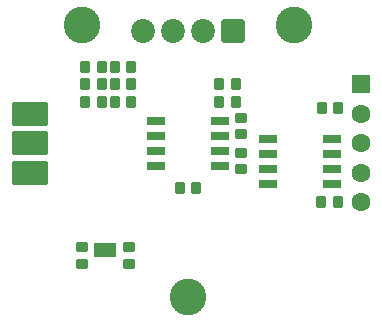
<source format=gbs>
G04*
G04 #@! TF.GenerationSoftware,Altium Limited,Altium Designer,23.3.1 (30)*
G04*
G04 Layer_Color=16711935*
%FSLAX43Y43*%
%MOMM*%
G71*
G04*
G04 #@! TF.SameCoordinates,9844E55F-96F2-4D63-9416-53F8DD85CCA4*
G04*
G04*
G04 #@! TF.FilePolarity,Negative*
G04*
G01*
G75*
G04:AMPARAMS|DCode=28|XSize=0.8mm|YSize=1mm|CornerRadius=0.12mm|HoleSize=0mm|Usage=FLASHONLY|Rotation=0.000|XOffset=0mm|YOffset=0mm|HoleType=Round|Shape=RoundedRectangle|*
%AMROUNDEDRECTD28*
21,1,0.800,0.760,0,0,0.0*
21,1,0.560,1.000,0,0,0.0*
1,1,0.240,0.280,-0.380*
1,1,0.240,-0.280,-0.380*
1,1,0.240,-0.280,0.380*
1,1,0.240,0.280,0.380*
%
%ADD28ROUNDEDRECTD28*%
G04:AMPARAMS|DCode=34|XSize=2.1mm|YSize=3.1mm|CornerRadius=0.25mm|HoleSize=0mm|Usage=FLASHONLY|Rotation=90.000|XOffset=0mm|YOffset=0mm|HoleType=Round|Shape=RoundedRectangle|*
%AMROUNDEDRECTD34*
21,1,2.100,2.600,0,0,90.0*
21,1,1.600,3.100,0,0,90.0*
1,1,0.500,1.300,0.800*
1,1,0.500,1.300,-0.800*
1,1,0.500,-1.300,-0.800*
1,1,0.500,-1.300,0.800*
%
%ADD34ROUNDEDRECTD34*%
G04:AMPARAMS|DCode=36|XSize=0.85mm|YSize=1.06mm|CornerRadius=0.125mm|HoleSize=0mm|Usage=FLASHONLY|Rotation=180.000|XOffset=0mm|YOffset=0mm|HoleType=Round|Shape=RoundedRectangle|*
%AMROUNDEDRECTD36*
21,1,0.850,0.810,0,0,180.0*
21,1,0.600,1.060,0,0,180.0*
1,1,0.250,-0.300,0.405*
1,1,0.250,0.300,0.405*
1,1,0.250,0.300,-0.405*
1,1,0.250,-0.300,-0.405*
%
%ADD36ROUNDEDRECTD36*%
%ADD40C,2.025*%
G04:AMPARAMS|DCode=41|XSize=2.025mm|YSize=2.025mm|CornerRadius=0.242mm|HoleSize=0mm|Usage=FLASHONLY|Rotation=180.000|XOffset=0mm|YOffset=0mm|HoleType=Round|Shape=RoundedRectangle|*
%AMROUNDEDRECTD41*
21,1,2.025,1.540,0,0,180.0*
21,1,1.540,2.025,0,0,180.0*
1,1,0.485,-0.770,0.770*
1,1,0.485,0.770,0.770*
1,1,0.485,0.770,-0.770*
1,1,0.485,-0.770,-0.770*
%
%ADD41ROUNDEDRECTD41*%
%ADD42C,1.600*%
G04:AMPARAMS|DCode=43|XSize=1.6mm|YSize=1.6mm|CornerRadius=0.2mm|HoleSize=0mm|Usage=FLASHONLY|Rotation=270.000|XOffset=0mm|YOffset=0mm|HoleType=Round|Shape=RoundedRectangle|*
%AMROUNDEDRECTD43*
21,1,1.600,1.200,0,0,270.0*
21,1,1.200,1.600,0,0,270.0*
1,1,0.400,-0.600,-0.600*
1,1,0.400,-0.600,0.600*
1,1,0.400,0.600,0.600*
1,1,0.400,0.600,-0.600*
%
%ADD43ROUNDEDRECTD43*%
%ADD44C,3.100*%
G04:AMPARAMS|DCode=58|XSize=0.7mm|YSize=1.6mm|CornerRadius=0.11mm|HoleSize=0mm|Usage=FLASHONLY|Rotation=270.000|XOffset=0mm|YOffset=0mm|HoleType=Round|Shape=RoundedRectangle|*
%AMROUNDEDRECTD58*
21,1,0.700,1.380,0,0,270.0*
21,1,0.480,1.600,0,0,270.0*
1,1,0.220,-0.690,-0.240*
1,1,0.220,-0.690,0.240*
1,1,0.220,0.690,0.240*
1,1,0.220,0.690,-0.240*
%
%ADD58ROUNDEDRECTD58*%
G04:AMPARAMS|DCode=59|XSize=0.8mm|YSize=1mm|CornerRadius=0.12mm|HoleSize=0mm|Usage=FLASHONLY|Rotation=90.000|XOffset=0mm|YOffset=0mm|HoleType=Round|Shape=RoundedRectangle|*
%AMROUNDEDRECTD59*
21,1,0.800,0.760,0,0,90.0*
21,1,0.560,1.000,0,0,90.0*
1,1,0.240,0.380,0.280*
1,1,0.240,0.380,-0.280*
1,1,0.240,-0.380,-0.280*
1,1,0.240,-0.380,0.280*
%
%ADD59ROUNDEDRECTD59*%
G04:AMPARAMS|DCode=60|XSize=0.85mm|YSize=1.06mm|CornerRadius=0.125mm|HoleSize=0mm|Usage=FLASHONLY|Rotation=90.000|XOffset=0mm|YOffset=0mm|HoleType=Round|Shape=RoundedRectangle|*
%AMROUNDEDRECTD60*
21,1,0.850,0.810,0,0,90.0*
21,1,0.600,1.060,0,0,90.0*
1,1,0.250,0.405,0.300*
1,1,0.250,0.405,-0.300*
1,1,0.250,-0.405,-0.300*
1,1,0.250,-0.405,0.300*
%
%ADD60ROUNDEDRECTD60*%
G36*
X-6075Y-9600D02*
X-7925D01*
Y-8400D01*
X-6075D01*
Y-9600D01*
D02*
G37*
D28*
X12685Y3000D02*
D03*
X11315D02*
D03*
X-6185Y5000D02*
D03*
X-4815D02*
D03*
X-6185Y3500D02*
D03*
X-4815Y3500D02*
D03*
X-8685Y6500D02*
D03*
X-7315D02*
D03*
X-8685Y5000D02*
D03*
X-7315D02*
D03*
X-8685Y3500D02*
D03*
X-7315D02*
D03*
X-6185Y6500D02*
D03*
X-4815D02*
D03*
D34*
X-13405Y2500D02*
D03*
X-13405Y0D02*
D03*
X-13405Y-2500D02*
D03*
D36*
X4054Y3500D02*
D03*
X2654D02*
D03*
X4054Y5000D02*
D03*
X2654D02*
D03*
X12700Y-5000D02*
D03*
X11300D02*
D03*
X700Y-3810D02*
D03*
X-700D02*
D03*
D40*
X-3810Y9500D02*
D03*
X-1270D02*
D03*
X1270D02*
D03*
D41*
X3810D02*
D03*
D42*
X14650Y0D02*
D03*
Y2500D02*
D03*
Y-2500D02*
D03*
Y-5000D02*
D03*
D43*
Y5000D02*
D03*
D44*
X9000Y10000D02*
D03*
X-9000D02*
D03*
X0Y-13000D02*
D03*
D58*
X6800Y-3405D02*
D03*
Y-2135D02*
D03*
Y-865D02*
D03*
Y405D02*
D03*
X12200Y-3405D02*
D03*
Y-2135D02*
D03*
Y-865D02*
D03*
Y405D02*
D03*
X-2700Y-1905D02*
D03*
Y-635D02*
D03*
Y635D02*
D03*
Y1905D02*
D03*
X2700Y-1905D02*
D03*
Y-635D02*
D03*
Y635D02*
D03*
Y1905D02*
D03*
D59*
X4500Y815D02*
D03*
Y2185D02*
D03*
Y-815D02*
D03*
Y-2185D02*
D03*
D60*
X-5000Y-10200D02*
D03*
Y-8800D02*
D03*
X-9000Y-10200D02*
D03*
X-9000Y-8800D02*
D03*
M02*

</source>
